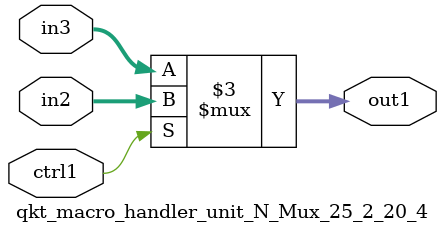
<source format=v>

`timescale 1ps / 1ps


module qkt_macro_handler_unit_N_Mux_25_2_20_4( in3, in2, ctrl1, out1 );

    input [24:0] in3;
    input [24:0] in2;
    input ctrl1;
    output [24:0] out1;
    reg [24:0] out1;

    
    // rtl_process:qkt_macro_handler_unit_N_Mux_25_2_20_4/qkt_macro_handler_unit_N_Mux_25_2_20_4_thread_1
    always @*
      begin : qkt_macro_handler_unit_N_Mux_25_2_20_4_thread_1
        case (ctrl1) 
          1'b1: 
            begin
              out1 = in2;
            end
          default: 
            begin
              out1 = in3;
            end
        endcase
      end

endmodule



</source>
